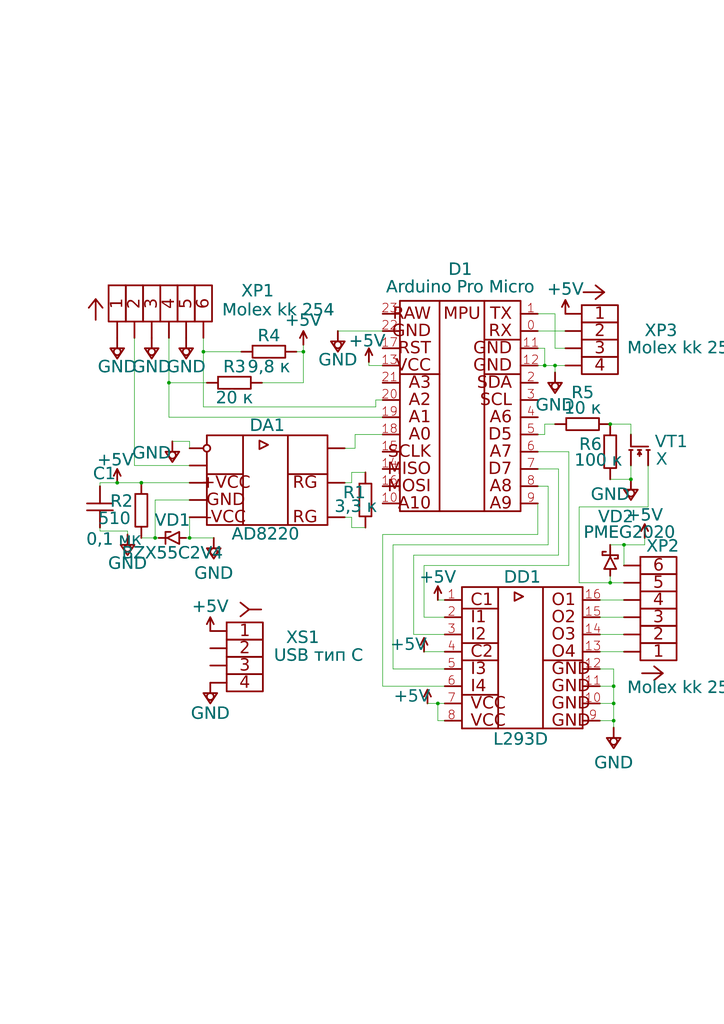
<source format=kicad_sch>
(kicad_sch (version 20250114) (generator "eeschema") (generator_version "9.0")
  (paper "A4" portrait)
  (title_block (title "Схема электрическая принципиальная") (company "МГТУ им. Н.Э. Баумана кафедра БМТ2") (comment 1 "БИГЕ.943365.001 БТС") (comment 2 "Горбунов А.О."))
  (lib_symbols
    (symbol "gostAmplifiers:AD8220" (pin_numbers (hide yes)) (pin_names (offset 0.5))
      (property "Reference" "DA" (at 22 6.5 0))
      (symbol "AD8220_0_1"
        (polyline (pts (xy 4 0) (xy 0 0)) (stroke (width 0.5)))
        (polyline (pts (xy 5 1) (xy 5 3.75)) (stroke (width 0.5)))
        (circle (center 5 0) (radius 1) (stroke (width 0.5)))
        (polyline (pts (xy 5 -1.25) (xy 5 -22.25)) (stroke (width 0.5)))
      )
      (symbol "AD8220_1_1"
        (polyline (pts (xy 0 -20) (xy 5 -20)) (stroke (width 0.5)))
        (polyline (pts (xy 5 3.75) (xy 40 3.75)) (stroke (width 0.5)))
        (polyline (pts (xy 5 -5) (xy 0 -5)) (stroke (width 0.5)))
        (polyline (pts (xy 5 -7.5) (xy 15.5 -7.5)) (stroke (width 0.5)))
        (polyline (pts (xy 5 -10) (xy 0 -10)) (stroke (width 0.5)))
        (polyline (pts (xy 5 -15) (xy 0 -15)) (stroke (width 0.5)))
        (polyline (pts (xy 5 -22.25) (xy 40 -22.25)) (stroke (width 0.5)))
        (polyline (pts (xy 15.5 3.75) (xy 15.5 -22.25)) (stroke (width 0.5)))
        (polyline (pts (xy 20.25 2.25) (xy 20.25 -0.25) (xy 22.75 1) (xy 20.25 2.25)) (stroke (width 0.5)))
        (polyline (pts (xy 28.5 3.75) (xy 28.5 -22.25)) (stroke (width 0.5)))
        (polyline (pts (xy 39.75 -17.25) (xy 39.75 -17.25)) (stroke (width 0.5)))
        (polyline (pts (xy 40 3.75) (xy 40 -22.25)) (stroke (width 0.5)))
        (polyline (pts (xy 40 0) (xy 45 0)) (stroke (width 0.5)))
        (polyline (pts (xy 40 -7.5) (xy 28.5 -7.5)) (stroke (width 0.5)))
        (polyline (pts (xy 40 -10) (xy 45 -10)) (stroke (width 0.5)))
        (polyline (pts (xy 40 -20) (xy 45 -20)) (stroke (width 0.5)))
        (text "+VCC" (at 10.5 -10 0) (effects (font (size 3.5 3.5))))
        (text "GND" (at 10.5 -15 0) (effects (font (size 3.5 3.5))))
        (text "-VCC" (at 10.5 -20 0) (effects (font (size 3.5 3.5))))
        (text "RG" (at 33.5 -10 0) (effects (font (size 3.5 3.5))))
        (text "RG" (at 33.5 -20 0) (effects (font (size 3.5 3.5))))
        (pin input line (at 0 0 0) (length 4) (name "") (number "1"))
        (pin input line (at 0 -5 0) (length 4) (name "") (number "2"))
        (pin power_in line (at 0 -10 0) (length 4) (name "") (number "3"))
        (pin power_in line (at 0 -15 0) (length 4) (name "") (number "4"))
        (pin power_in line (at 0 -20 0) (length 4) (name "") (number "5"))
        (pin output line (at 45 0 180) (length 4) (name "") (number "8"))
        (pin passive line (at 45 -10 180) (length 4) (name "") (number "7"))
        (pin passive line (at 45 -20 180) (length 4) (name "") (number "6"))
      )
    )
    (symbol "gostArduino:proMicro" (pin_names (offset 0.5))
      (property "Reference" "D" (at 22 6.5 0))
      (property "Value" "Arduino Pro Micro" (at 22 -60.5 0))
      (symbol "proMicro_0_1"
        (polyline (pts (xy 0 -25) (xy 5 -25)) (stroke (width 0.5)))
        (polyline (pts (xy 0 -30) (xy 5 -30)) (stroke (width 0.5)))
        (polyline (pts (xy 0 -35) (xy 5 -35)) (stroke (width 0.5)))
        (polyline (pts (xy 0 -45) (xy 5 -45)) (stroke (width 0.5)))
        (polyline (pts (xy 0 -50) (xy 5 -50)) (stroke (width 0.5)))
        (polyline (pts (xy 0 -55) (xy 5 -55)) (stroke (width 0.5)))
        (polyline (pts (xy 5 3.75) (xy 5 -57.25)) (stroke (width 0.5)))
        (polyline (pts (xy 5 0) (xy 0 0)) (stroke (width 0.5)))
        (polyline (pts (xy 5 -7.5) (xy 15.5 -7.5)) (stroke (width 0.5)))
        (polyline (pts (xy 5 -17.5) (xy 15.5 -17.5)) (stroke (width 0.5)))
      )
      (symbol "proMicro_1_1"
        (polyline (pts (xy 0 -20) (xy 5 -20)) (stroke (width 0.5)))
        (polyline (pts (xy 0 -40) (xy 5 -40)) (stroke (width 0.5)))
        (polyline (pts (xy 5 3.75) (xy 40 3.75)) (stroke (width 0.5)))
        (polyline (pts (xy 5 -5) (xy 0 -5)) (stroke (width 0.5)))
        (polyline (pts (xy 5 -10) (xy 0 -10)) (stroke (width 0.5)))
        (polyline (pts (xy 5 -15) (xy 0 -15)) (stroke (width 0.5)))
        (polyline (pts (xy 5 -57.25) (xy 40 -57.25)) (stroke (width 0.5)))
        (polyline (pts (xy 15.5 3.75) (xy 15.5 -57.25)) (stroke (width 0.5)))
        (polyline (pts (xy 28.5 3.75) (xy 28.5 -57.25)) (stroke (width 0.5)))
        (polyline (pts (xy 39.75 -17.25) (xy 39.75 -17.25)) (stroke (width 0.5)))
        (polyline (pts (xy 40 3.75) (xy 40 -57.25)) (stroke (width 0.5)))
        (polyline (pts (xy 40 0) (xy 45 0)) (stroke (width 0.5)))
        (polyline (pts (xy 40 -5) (xy 45 -5)) (stroke (width 0.5)))
        (polyline (pts (xy 40 -10) (xy 45 -10)) (stroke (width 0.5)))
        (polyline (pts (xy 40 -15) (xy 45 -15)) (stroke (width 0.5)))
        (polyline (pts (xy 40 -17.5) (xy 28.5 -17.5)) (stroke (width 0.5)))
        (polyline (pts (xy 40 -20) (xy 45 -20)) (stroke (width 0.5)))
        (polyline (pts (xy 40 -25) (xy 45 -25)) (stroke (width 0.5)))
        (polyline (pts (xy 40 -30) (xy 45 -30)) (stroke (width 0.5)))
        (polyline (pts (xy 40 -35) (xy 45 -35)) (stroke (width 0.5)))
        (polyline (pts (xy 40 -40) (xy 45 -40)) (stroke (width 0.5)))
        (polyline (pts (xy 40 -45) (xy 45 -45)) (stroke (width 0.5)))
        (polyline (pts (xy 40 -50) (xy 45 -50)) (stroke (width 0.5)))
        (polyline (pts (xy 40 -55) (xy 45 -55)) (stroke (width 0.5)))
        (text "TX" (at 7.5 0 0) (effects (font (size 3.5 3.5)) (justify left)))
        (text "RX" (at 7.5 -5 0) (effects (font (size 3.5 3.5)) (justify left)))
        (text "GND" (at 7.5 -10 0) (effects (font (size 3.5 3.5)) (justify left)))
        (text "GND" (at 7.5 -15 0) (effects (font (size 3.5 3.5)) (justify left)))
        (text "SDA" (at 7.5 -20 0) (effects (font (size 3.5 3.5)) (justify left)))
        (text "SCL" (at 7.5 -25 0) (effects (font (size 3.5 3.5)) (justify left)))
        (text "A6" (at 7.5 -30 0) (effects (font (size 3.5 3.5)) (justify left)))
        (text "D5" (at 7.5 -35 0) (effects (font (size 3.5 3.5)) (justify left)))
        (text "A7" (at 7.5 -40 0) (effects (font (size 3.5 3.5)) (justify left)))
        (text "D7" (at 7.5 -45 0) (effects (font (size 3.5 3.5)) (justify left)))
        (text "A8" (at 7.5 -50 0) (effects (font (size 3.5 3.5)) (justify left)))
        (text "A9" (at 7.5 -55 0) (effects (font (size 3.5 3.5)) (justify left)))
        (text "MPU" (at 22 0 0) (effects (font (size 3.5 3.5))))
        (text "RAW" (at 31 0 0) (effects (font (size 3.5 3.5)) (justify left)))
        (text "GND" (at 31 -5 0) (effects (font (size 3.5 3.5)) (justify left)))
        (text "RST" (at 31 -10 0) (effects (font (size 3.5 3.5)) (justify left)))
        (text "VCC" (at 31 -15 0) (effects (font (size 3.5 3.5)) (justify left)))
        (text "A3" (at 31 -20 0) (effects (font (size 3.5 3.5)) (justify left)))
        (text "A2" (at 31 -25 0) (effects (font (size 3.5 3.5)) (justify left)))
        (text "A1" (at 31 -30 0) (effects (font (size 3.5 3.5)) (justify left)))
        (text "A0" (at 31 -35 0) (effects (font (size 3.5 3.5)) (justify left)))
        (text "SCLK\n" (at 31 -40 0) (effects (font (size 3.5 3.5)) (justify left)))
        (text "MISO\n" (at 31 -45 0) (effects (font (size 3.5 3.5)) (justify left)))
        (text "MOSI" (at 31 -50 0) (effects (font (size 3.5 3.5)) (justify left)))
        (text "A10\n" (at 31 -55 0) (effects (font (size 3.5 3.5)) (justify left)))
        (pin bidirectional line (at 0 0 0) (length 4) (name "") (number "1"))
        (pin bidirectional line (at 0 -5 0) (length 4) (name "") (number "0"))
        (pin power_in line (at 0 -10 0) (length 4) (name "") (number "11"))
        (pin power_in line (at 0 -15 0) (length 4) (name "") (number "12"))
        (pin bidirectional line (at 0 -20 0) (length 4) (name "") (number "2"))
        (pin bidirectional line (at 0 -25 0) (length 4) (name "") (number "3"))
        (pin bidirectional line (at 0 -30 0) (length 4) (name "") (number "4"))
        (pin bidirectional line (at 0 -35 0) (length 4) (name "") (number "5"))
        (pin bidirectional line (at 0 -40 0) (length 4) (name "") (number "6"))
        (pin bidirectional line (at 0 -45 0) (length 4) (name "") (number "7"))
        (pin bidirectional line (at 0 -50 0) (length 4) (name "") (number "8"))
        (pin bidirectional line (at 0 -55 0) (length 4) (name "") (number "9"))
        (pin power_in line (at 45 0 180) (length 4) (name "") (number "23"))
        (pin power_in line (at 45 -5 180) (length 4) (name "") (number "22"))
        (pin power_in line (at 45 -10 180) (length 4) (name "") (number "17"))
        (pin power_in line (at 45 -15 180) (length 4) (name "") (number "13"))
        (pin bidirectional line (at 45 -20 180) (length 4) (name "") (number "21"))
        (pin bidirectional line (at 45 -25 180) (length 4) (name "") (number "20"))
        (pin bidirectional line (at 45 -30 180) (length 4) (name "") (number "19"))
        (pin bidirectional line (at 45 -35 180) (length 4) (name "") (number "18"))
        (pin bidirectional line (at 45 -40 180) (length 4) (name "") (number "15"))
        (pin bidirectional line (at 45 -45 180) (length 4) (name "") (number "14"))
        (pin bidirectional line (at 45 -50 180) (length 4) (name "") (number "16"))
        (pin bidirectional line (at 45 -55 180) (length 4) (name "") (number "10"))
      )
    )
    (symbol "gostConnectorsAndHeaders:4pin_female_header" (pin_numbers (hide yes))
      (property "Reference" "XS" (at 10 -21 0))
      (symbol "4pin_female_header_1_1"
        (polyline (pts (xy 0 0) (xy 4.75 0)) (stroke (width 0.5)))
        (polyline (pts (xy 0 -5) (xy 4.75 -5)) (stroke (width 0.5)))
        (polyline (pts (xy 0 -10) (xy 4.75 -10)) (stroke (width 0.5)))
        (polyline (pts (xy 0 -15) (xy 4.75 -15)) (stroke (width 0.5)))
        (rectangle (start 4.75 2.5) (end 15.25 -2.5) (stroke (width 0.5)))
        (rectangle (start 4.75 -2.5) (end 15.25 -7.5) (stroke (width 0.5)))
        (rectangle (start 4.75 -7.5) (end 15.25 -12.5) (stroke (width 0.5)))
        (rectangle (start 4.75 -12.5) (end 15.25 -17.5) (stroke (width 0.5)))
        (polyline (pts (xy 11.25 6.25) (xy 8.75 8.25)) (stroke (width 0.5)))
        (polyline (pts (xy 11.25 6.25) (xy 8.75 4.25)) (stroke (width 0.5)))
        (polyline (pts (xy 14.75 6.25) (xy 11.25 6.25)) (stroke (width 0.5)))
        (text "1" (at 10 0 0) (effects (font (size 3.5 3.5))))
        (text "2" (at 10 -5 0) (effects (font (size 3.5 3.5))))
        (text "3" (at 10 -10 0) (effects (font (size 3.5 3.5))))
        (text "4" (at 10 -15 0) (effects (font (size 3.5 3.5))))
        (pin passive line (at 0 0 0) (length 4.5) (name "") (number "1"))
        (pin passive line (at 0 -5 0) (length 4.5) (name "") (number "2"))
        (pin passive line (at 0 -10 0) (length 4.5) (name "") (number "3"))
        (pin passive line (at 0 -15 0) (length 4.5) (name "") (number "4"))
      )
    )
    (symbol "gostConnectorsAndHeaders:4pin_male_header" (pin_numbers (hide yes)) (pin_names (offset 0.5))
      (property "Reference" "XP" (at 10 -20.5 0))
      (symbol "4pin_male_header_1_1"
        (polyline (pts (xy 0 0) (xy 4.75 0)) (stroke (width 0.5)))
        (polyline (pts (xy 0 -5) (xy 4.75 -5)) (stroke (width 0.5)))
        (polyline (pts (xy 0 -10) (xy 4.75 -10)) (stroke (width 0.5)))
        (polyline (pts (xy 0 -15) (xy 4.75 -15)) (stroke (width 0.5)))
        (rectangle (start 4.75 2.5) (end 15.25 -2.5) (stroke (width 0.5)))
        (rectangle (start 4.75 -2.5) (end 15.25 -7.5) (stroke (width 0.5)))
        (rectangle (start 4.75 -7.5) (end 15.25 -12.5) (stroke (width 0.5)))
        (rectangle (start 4.75 -12.5) (end 15.25 -17.5) (stroke (width 0.5)))
        (polyline (pts (xy 11.25 6.25) (xy 5.25 6.25)) (stroke (width 0.5)))
        (polyline (pts (xy 11.25 6.25) (xy 8.75 8.25)) (stroke (width 0.5)))
        (polyline (pts (xy 11.25 6.25) (xy 8.75 4.25)) (stroke (width 0.5)))
        (text "1" (at 10 0 0) (effects (font (size 3.5 3.5))))
        (text "2" (at 10 -5 0) (effects (font (size 3.5 3.5))))
        (text "3" (at 10 -10 0) (effects (font (size 3.5 3.5))))
        (text "4" (at 10 -15 0) (effects (font (size 3.5 3.5))))
        (pin passive line (at 0 0 0) (length 4.5) (name "") (number "1"))
        (pin passive line (at 0 -5 0) (length 4.5) (name "") (number "2"))
        (pin passive line (at 0 -10 0) (length 4.5) (name "") (number "3"))
        (pin passive line (at 0 -15 0) (length 4.5) (name "") (number "4"))
      )
    )
    (symbol "gostConnectorsAndHeaders:6pin_male_header" (pin_numbers (hide yes)) (pin_names (offset 0.5))
      (property "Reference" "XP" (at 10 -30.5 0))
      (symbol "6pin_male_header_1_1"
        (polyline (pts (xy 0 0) (xy 4.75 0)) (stroke (width 0.5)))
        (polyline (pts (xy 0 -5) (xy 4.75 -5)) (stroke (width 0.5)))
        (polyline (pts (xy 0 -10) (xy 4.75 -10)) (stroke (width 0.5)))
        (polyline (pts (xy 0 -15) (xy 4.75 -15)) (stroke (width 0.5)))
        (polyline (pts (xy 0 -20) (xy 4.75 -20)) (stroke (width 0.5)))
        (polyline (pts (xy 0 -25) (xy 4.75 -25)) (stroke (width 0.5)))
        (rectangle (start 4.75 2.5) (end 15.25 -2.5) (stroke (width 0.5)))
        (rectangle (start 4.75 -2.5) (end 15.25 -7.5) (stroke (width 0.5)))
        (rectangle (start 4.75 -7.5) (end 15.25 -12.5) (stroke (width 0.5)))
        (rectangle (start 4.75 -12.5) (end 15.25 -17.5) (stroke (width 0.5)))
        (rectangle (start 4.75 -17.5) (end 15.25 -22.5) (stroke (width 0.5)))
        (rectangle (start 4.75 -22.5) (end 15.25 -27.5) (stroke (width 0.5)))
        (polyline (pts (xy 11.25 6.25) (xy 5.25 6.25)) (stroke (width 0.5)))
        (polyline (pts (xy 11.25 6.25) (xy 8.75 8.25)) (stroke (width 0.5)))
        (polyline (pts (xy 11.25 6.25) (xy 8.75 4.25)) (stroke (width 0.5)))
        (text "1" (at 10 0 0) (effects (font (size 3.5 3.5))))
        (text "2" (at 10 -5 0) (effects (font (size 3.5 3.5))))
        (text "3" (at 10 -10 0) (effects (font (size 3.5 3.5))))
        (text "4" (at 10 -15 0) (effects (font (size 3.5 3.5))))
        (text "5" (at 10 -20 0) (effects (font (size 3.5 3.5))))
        (text "6" (at 10 -25 0) (effects (font (size 3.5 3.5))))
        (pin passive line (at 0 0 0) (length 4.5) (name "") (number "1"))
        (pin passive line (at 0 -5 0) (length 4.5) (name "") (number "2"))
        (pin passive line (at 0 -10 0) (length 4.5) (name "") (number "3"))
        (pin passive line (at 0 -15 0) (length 4.5) (name "") (number "4"))
        (pin passive line (at 0 -20 0) (length 4.5) (name "") (number "5"))
        (pin passive line (at 0 -25 0) (length 4.5) (name "") (number "6"))
      )
    )
    (symbol "gostDrivers:L293D" (pin_names (offset 0.5))
      (property "Reference" "DD" (at 22 7.5 0))
      (property "Value" "L293D" (at 22 -40.5 0))
      (symbol "L293D_0_1"
        (polyline (pts (xy 0 -25) (xy 5 -25)) (stroke (width 0.5)))
        (polyline (pts (xy 0 -30) (xy 5 -30)) (stroke (width 0.5)))
        (polyline (pts (xy 0 -35) (xy 5 -35)) (stroke (width 0.5)))
        (polyline (pts (xy 5 3.75) (xy 5 -37.25)) (stroke (width 0.5)))
        (polyline (pts (xy 5 0) (xy 0 0)) (stroke (width 0.5)))
        (polyline (pts (xy 5 -12.5) (xy 15.5 -12.5)) (stroke (width 0.5)))
        (polyline (pts (xy 5 -17.5) (xy 15.5 -17.5)) (stroke (width 0.5)))
        (polyline (pts (xy 5 -27.5) (xy 15.5 -27.5)) (stroke (width 0.5)))
      )
      (symbol "L293D_1_1"
        (polyline (pts (xy 0 -20) (xy 5 -20)) (stroke (width 0.5)))
        (polyline (pts (xy 5 3.75) (xy 40 3.75)) (stroke (width 0.5)))
        (polyline (pts (xy 5 -2.5) (xy 15.5 -2.5)) (stroke (width 0.5)))
        (polyline (pts (xy 5 -5) (xy 0 -5)) (stroke (width 0.5)))
        (polyline (pts (xy 5 -10) (xy 0 -10)) (stroke (width 0.5)))
        (polyline (pts (xy 5 -15) (xy 0 -15)) (stroke (width 0.5)))
        (polyline (pts (xy 5 -37.25) (xy 40 -37.25)) (stroke (width 0.5)))
        (polyline (pts (xy 15.5 3.75) (xy 15.5 -37.25)) (stroke (width 0.5)))
        (polyline (pts (xy 20.25 2.25) (xy 20.25 -0.25) (xy 22.75 1) (xy 20.25 2.25)) (stroke (width 0.5)))
        (polyline (pts (xy 28.5 3.75) (xy 28.5 -37.25)) (stroke (width 0.5)))
        (polyline (pts (xy 39.75 -17.25) (xy 39.75 -17.25)) (stroke (width 0.5)))
        (polyline (pts (xy 40 3.75) (xy 40 -37.25)) (stroke (width 0.5)))
        (polyline (pts (xy 40 0) (xy 45 0)) (stroke (width 0.5)))
        (polyline (pts (xy 40 -5) (xy 45 -5)) (stroke (width 0.5)))
        (polyline (pts (xy 40 -10) (xy 45 -10)) (stroke (width 0.5)))
        (polyline (pts (xy 40 -15) (xy 45 -15)) (stroke (width 0.5)))
        (polyline (pts (xy 40 -17.5) (xy 28.5 -17.5)) (stroke (width 0.5)))
        (polyline (pts (xy 40 -20) (xy 45 -20)) (stroke (width 0.5)))
        (polyline (pts (xy 40 -25) (xy 45 -25)) (stroke (width 0.5)))
        (polyline (pts (xy 40 -30) (xy 45 -30)) (stroke (width 0.5)))
        (polyline (pts (xy 40 -35) (xy 45 -35)) (stroke (width 0.5)))
        (text "C1" (at 7.5 0 0) (effects (font (size 3.5 3.5)) (justify left)))
        (text "I1" (at 7.5 -5 0) (effects (font (size 3.5 3.5)) (justify left)))
        (text "I2" (at 7.5 -10 0) (effects (font (size 3.5 3.5)) (justify left)))
        (text "C2" (at 7.5 -15 0) (effects (font (size 3.5 3.5)) (justify left)))
        (text "I3" (at 7.5 -20 0) (effects (font (size 3.5 3.5)) (justify left)))
        (text "I4" (at 7.5 -25 0) (effects (font (size 3.5 3.5)) (justify left)))
        (text "VCC" (at 7.5 -30 0) (effects (font (size 3.5 3.5)) (justify left)))
        (text "VCC" (at 7.5 -35 0) (effects (font (size 3.5 3.5)) (justify left)))
        (text "O1" (at 31 0 0) (effects (font (size 3.5 3.5)) (justify left)))
        (text "O2" (at 31 -5 0) (effects (font (size 3.5 3.5)) (justify left)))
        (text "O3" (at 31 -10 0) (effects (font (size 3.5 3.5)) (justify left)))
        (text "O4" (at 31 -15 0) (effects (font (size 3.5 3.5)) (justify left)))
        (text "GND" (at 31 -20 0) (effects (font (size 3.5 3.5)) (justify left)))
        (text "GND" (at 31 -25 0) (effects (font (size 3.5 3.5)) (justify left)))
        (text "GND" (at 31 -30 0) (effects (font (size 3.5 3.5)) (justify left)))
        (text "GND" (at 31 -35 0) (effects (font (size 3.5 3.5)) (justify left)))
        (pin input line (at 0 0 0) (length 4) (name "") (number "1"))
        (pin input line (at 0 -5 0) (length 4) (name "") (number "2"))
        (pin input line (at 0 -10 0) (length 4) (name "") (number "3"))
        (pin input line (at 0 -15 0) (length 4) (name "") (number "4"))
        (pin input line (at 0 -20 0) (length 4) (name "") (number "5"))
        (pin input line (at 0 -25 0) (length 4) (name "") (number "6"))
        (pin power_in line (at 0 -30 0) (length 4) (name "") (number "7"))
        (pin power_in line (at 0 -35 0) (length 4) (name "") (number "8"))
        (pin output line (at 45 0 180) (length 4) (name "") (number "16"))
        (pin output line (at 45 -5 180) (length 4) (name "") (number "15"))
        (pin output line (at 45 -10 180) (length 4) (name "") (number "14"))
        (pin output line (at 45 -15 180) (length 4) (name "") (number "13"))
        (pin power_in line (at 45 -20 180) (length 4) (name "") (number "12"))
        (pin power_in line (at 45 -25 180) (length 4) (name "") (number "11"))
        (pin power_in line (at 45 -30 180) (length 4) (name "") (number "10"))
        (pin power_in line (at 45 -35 180) (length 4) (name "") (number "9"))
      )
    )
    (symbol "gostPassiveComponents:capacitor" (pin_numbers (hide yes)) (pin_names (offset 0.5))
      (property "Reference" "C" (at 6 6.5 0))
      (property "Value" "X uF" (at 6 -7 0))
      (symbol "capacitor_1_1"
        (polyline (pts (xy 0 0) (xy 4.75 0)) (stroke (width 0.5)))
        (polyline (pts (xy 5 3.75) (xy 5 -3.75)) (stroke (width 0.5)))
        (polyline (pts (xy 7 3.75) (xy 7 -3.75)) (stroke (width 0.5)))
        (polyline (pts (xy 7 0) (xy 12 0)) (stroke (width 0.5)))
        (pin passive line (at 0 0 0) (length 5) (name "") (number "1"))
        (pin passive line (at 12 0 180) (length 5) (name "") (number "2"))
      )
    )
    (symbol "gostPassiveComponents:resistor" (pin_numbers (hide yes))
      (property "Reference" "R" (at 8 4 0))
      (property "Value" "X Om" (at 8 -5 0))
      (symbol "resistor_0_1"
        (rectangle (start 3.25 1.75) (end 12.75 -1.75) (stroke (width 0.5)))
      )
      (symbol "resistor_1_1"
        (polyline (pts (xy 0 0) (xy 3 0)) (stroke (width 0.5)))
        (polyline (pts (xy 13 0) (xy 16 0)) (stroke (width 0.5)))
        (pin passive line (at 0 0 0) (length 3) (name "") (number "1"))
        (pin passive line (at 16 0 180) (length 3) (name "") (number "2"))
      )
    )
    (symbol "gostPower:+5V" (power) (pin_numbers (hide yes)) (pin_names (offset 0) (hide yes)) (in_bom no) (on_board no)
      (property "Value" "+5V" (at 0 6.5 0))
      (symbol "+5V_1_1"
        (polyline (pts (xy -1 2) (xy 0 4) (xy 1 2)) (stroke (width 0.5)))
        (polyline (pts (xy 0 0) (xy 0 4)) (stroke (width 0.5)))
        (pin power_in line (at 0 0 90) (length 2) (name "") (number ""))
      )
    )
    (symbol "gostPower:GND" (power) (pin_numbers (hide yes)) (pin_names (offset 0) (hide yes)) (in_bom no) (on_board no)
      (property "Value" "GND" (at 0 -9 0))
      (symbol "GND_1_1"
        (polyline (pts (xy -2 -3) (xy 2 -3) (xy 0 -6) (xy -2 -3)) (stroke (width 0.5)))
        (polyline (pts (xy 0 0) (xy 0 -3)) (stroke (width 0.5)))
        (circle (center 0 -4) (radius 1) (stroke (width 0.5)))
        (pin power_in line (at 0 0 270) (length 3) (name "") (number ""))
      )
    )
    (symbol "gostSimpleActiveComponents:Zener_diode" (pin_names (offset 0.5))
      (property "Reference" "VD" (at 4 4.5 0))
      (symbol "Zener_diode_0_1"
        (polyline (pts (xy 2 0) (xy 0 0)) (stroke (width 0.5)))
        (polyline (pts (xy 5.5 0) (xy 2 1.75) (xy 2 -1.75) (xy 5.5 0)) (stroke (width 0.5)))
        (polyline (pts (xy 8 0) (xy 5.5 0)) (stroke (width 0.5)))
      )
      (symbol "Zener_diode_1_1"
        (polyline (pts (xy 6 1.75) (xy 6 -1.75)) (stroke (width 0.5)))
        (polyline (pts (xy 6 -1.75) (xy 4.5 -1.75)) (stroke (width 0.5)))
        (pin passive line (at 0 0 0) (length 2) (name "") (number ""))
        (pin passive line (at 8 0 180) (length 2) (name "") (number ""))
      )
    )
    (symbol "gostSimpleActiveComponents:diode_Schottky" (pin_names (offset 0.5))
      (property "Reference" "VD" (at 4 4.5 0))
      (symbol "diode_Schottky_0_1"
        (polyline (pts (xy 2 0) (xy 0 0)) (stroke (width 0.5)))
        (polyline (pts (xy 5.5 0) (xy 2 1.75) (xy 2 -1.75) (xy 5.5 0)) (stroke (width 0.5)))
        (polyline (pts (xy 6 2.25) (xy 6 -2.25)) (stroke (width 0.5)))
        (polyline (pts (xy 6 2.25) (xy 7 2.25) (xy 7 1.25)) (stroke (width 0.5)))
        (polyline (pts (xy 6 -2.25) (xy 5 -2.25) (xy 5 -1.25)) (stroke (width 0.5)))
        (polyline (pts (xy 9 0) (xy 5.5 0)) (stroke (width 0.5)))
      )
      (symbol "diode_Schottky_1_1"
        (pin passive line (at 0 0 0) (length 2) (name "") (number ""))
        (pin passive line (at 9 0 180) (length 2) (name "") (number ""))
      )
    )
    (symbol "gostSimpleActiveComponents:n-ch-enhancement-mosfet" (pin_numbers (hide yes)) (pin_names (offset 0.5))
      (property "Reference" "VT" (at 8 -3 0))
      (property "Value" "X" (at 8 -7 0))
      (symbol "n-ch-enhancement-mosfet_0_1"
        (polyline (pts (xy -0.5 -4.5) (xy 0.5 -4.5)) (stroke (width 0.5)))
        (polyline (pts (xy 0 0) (xy 0 -3.5) (xy 5 -3.5)) (stroke (width 0.5)))
        (polyline (pts (xy 0 -4.5) (xy 0 -9)) (stroke (width 0.5)))
        (polyline (pts (xy 2.5 -4.5) (xy 2.5 -6.25)) (stroke (width 0.5)))
        (polyline (pts (xy 2.5 -5) (xy 2 -5.75)) (stroke (width 0.5)))
        (polyline (pts (xy 2.5 -5) (xy 3 -5.75)) (stroke (width 0.5)))
        (polyline (pts (xy 3 -4.5) (xy 2 -4.5)) (stroke (width 0.5)))
        (polyline (pts (xy 4.5 -4.5) (xy 5.5 -4.5)) (stroke (width 0.5)))
        (polyline (pts (xy 5 -4.5) (xy 5 -9)) (stroke (width 0.5)))
      )
      (symbol "n-ch-enhancement-mosfet_1_1"
        (pin input line (at 0 0 270) (length 3.5) (name "") (number "1"))
        (pin passive line (at 0 -9 90) (length 2.75) (name "") (number "3"))
        (pin passive line (at 5 -9 90) (length 2.75) (name "") (number "2"))
      )
    )
  )
  (junction (at 183 139))
  (junction (at 177 169))
  (junction (at 49 111))
  (junction (at 158 106))
  (junction (at 178 199))
  (junction (at 178 204))
  (junction (at 59 102))
  (junction (at 45 156))
  (junction (at 127 204))
  (junction (at 88 102))
  (junction (at 161 106))
  (junction (at 55 156))
  (junction (at 181 158))
  (junction (at 177 123))
  (junction (at 178 209))
  (junction (at 34 140))
  (junction (at 41 140))
  (wire (pts (xy 174 174) (xy 181 174)))
  (wire (pts (xy 177 167) (xy 177 169)))
  (wire (pts (xy 60 111) (xy 49 111)))
  (wire (pts (xy 109 118) (xy 59 118)))
  (wire (pts (xy 174 204) (xy 178 204)))
  (wire (pts (xy 177 158) (xy 181 158)))
  (wire (pts (xy 86 102) (xy 88 102)))
  (wire (pts (xy 50 128) (xy 55 128)))
  (wire (pts (xy 178 209) (xy 174 209)))
  (wire (pts (xy 49 98) (xy 49 111)))
  (wire (pts (xy 127 174) (xy 129 174)))
  (wire (pts (xy 102 150) (xy 102 153)))
  (wire (pts (xy 55 150) (xy 55 156)))
  (wire (pts (xy 181 158) (xy 181 164)))
  (wire (pts (xy 156 141) (xy 159 141)))
  (wire (pts (xy 98 96) (xy 111 96)))
  (wire (pts (xy 102 153) (xy 106 153)))
  (wire (pts (xy 161 108) (xy 161 106)))
  (wire (pts (xy 168 147) (xy 188 147)))
  (wire (pts (xy 161 123) (xy 158 123)))
  (wire (pts (xy 114 194) (xy 129 194)))
  (wire (pts (xy 177 169) (xy 168 169)))
  (wire (pts (xy 123 189) (xy 129 189)))
  (wire (pts (xy 29 154) (xy 37 154)))
  (wire (pts (xy 174 184) (xy 181 184)))
  (wire (pts (xy 111 116) (xy 109 116)))
  (wire (pts (xy 177 139) (xy 183 139)))
  (wire (pts (xy 102 140) (xy 102 137)))
  (wire (pts (xy 100 150) (xy 102 150)))
  (wire (pts (xy 88 100) (xy 88 102)))
  (wire (pts (xy 70 102) (xy 59 102)))
  (wire (pts (xy 120 184) (xy 129 184)))
  (wire (pts (xy 103 126) (xy 103 130)))
  (wire (pts (xy 39 98) (xy 39 135)))
  (wire (pts (xy 55 128) (xy 55 130)))
  (wire (pts (xy 37 154) (xy 37 155)))
  (wire (pts (xy 100 140) (xy 102 140)))
  (wire (pts (xy 109 116) (xy 109 118)))
  (wire (pts (xy 127 204) (xy 129 204)))
  (wire (pts (xy 178 204) (xy 178 209)))
  (wire (pts (xy 55 135) (xy 39 135)))
  (wire (pts (xy 178 199) (xy 174 199)))
  (wire (pts (xy 162 161) (xy 120 161)))
  (wire (pts (xy 183 123) (xy 177 123)))
  (wire (pts (xy 123 179) (xy 129 179)))
  (wire (pts (xy 34 140) (xy 29 140)))
  (wire (pts (xy 127 204) (xy 127 209)))
  (wire (pts (xy 174 189) (xy 181 189)))
  (wire (pts (xy 111 155) (xy 111 199)))
  (wire (pts (xy 183 139) (xy 183 135)))
  (wire (pts (xy 111 126) (xy 103 126)))
  (wire (pts (xy 107 106) (xy 111 106)))
  (wire (pts (xy 76 111) (xy 88 111)))
  (wire (pts (xy 45 156) (xy 46 156)))
  (wire (pts (xy 178 194) (xy 178 199)))
  (wire (pts (xy 45 145) (xy 55 145)))
  (wire (pts (xy 177 169) (xy 181 169)))
  (wire (pts (xy 88 111) (xy 88 102)))
  (wire (pts (xy 165 164) (xy 123 164)))
  (wire (pts (xy 111 199) (xy 129 199)))
  (wire (pts (xy 162 136) (xy 162 161)))
  (wire (pts (xy 111 121) (xy 49 121)))
  (wire (pts (xy 161 101) (xy 161 91)))
  (wire (pts (xy 45 145) (xy 45 156)))
  (wire (pts (xy 156 155) (xy 111 155)))
  (wire (pts (xy 127 209) (xy 129 209)))
  (wire (pts (xy 29 153) (xy 29 154)))
  (wire (pts (xy 29 140) (xy 29 141)))
  (wire (pts (xy 158 123) (xy 158 126)))
  (wire (pts (xy 187 158) (xy 181 158)))
  (wire (pts (xy 123 164) (xy 123 179)))
  (wire (pts (xy 188 147) (xy 188 135)))
  (wire (pts (xy 114 158) (xy 114 194)))
  (wire (pts (xy 103 130) (xy 100 130)))
  (wire (pts (xy 187 156) (xy 187 158)))
  (wire (pts (xy 124 204) (xy 127 204)))
  (wire (pts (xy 156 136) (xy 162 136)))
  (wire (pts (xy 120 161) (xy 120 184)))
  (wire (pts (xy 158 106) (xy 161 106)))
  (wire (pts (xy 41 156) (xy 45 156)))
  (wire (pts (xy 161 106) (xy 164 106)))
  (wire (pts (xy 34 140) (xy 41 140)))
  (wire (pts (xy 107 105) (xy 107 106)))
  (wire (pts (xy 156 96) (xy 164 96)))
  (wire (pts (xy 62 156) (xy 55 156)))
  (wire (pts (xy 168 169) (xy 168 147)))
  (wire (pts (xy 158 126) (xy 156 126)))
  (wire (pts (xy 156 131) (xy 165 131)))
  (wire (pts (xy 59 102) (xy 59 98)))
  (wire (pts (xy 54 156) (xy 55 156)))
  (wire (pts (xy 49 121) (xy 49 111)))
  (wire (pts (xy 178 209) (xy 178 211)))
  (wire (pts (xy 174 179) (xy 181 179)))
  (wire (pts (xy 158 101) (xy 158 106)))
  (wire (pts (xy 156 146) (xy 156 155)))
  (wire (pts (xy 156 101) (xy 158 101)))
  (wire (pts (xy 161 91) (xy 156 91)))
  (wire (pts (xy 41 140) (xy 55 140)))
  (wire (pts (xy 102 137) (xy 106 137)))
  (wire (pts (xy 174 194) (xy 178 194)))
  (wire (pts (xy 59 118) (xy 59 102)))
  (wire (pts (xy 178 204) (xy 178 199)))
  (wire (pts (xy 156 106) (xy 158 106)))
  (wire (pts (xy 165 131) (xy 165 164)))
  (wire (pts (xy 164 101) (xy 161 101)))
  (wire (pts (xy 159 158) (xy 114 158)))
  (wire (pts (xy 183 126) (xy 183 123)))
  (wire (pts (xy 159 141) (xy 159 158)))
  (symbol (lib_id "gostPower:GND") (at 178 211 0) (unit 1) (in_bom no) (on_board no)
    (property "Reference" "#PWR016" (effects (hide yes)))
    (property "Value" "GND" (at 178 221.34 0) (effects (font (size 3.5 3.5))))
    (property "Description" "Power symbol creates a global label with name \"GND\", ground" (effects (hide yes)))
  )
  (symbol (lib_id "gostConnectorsAndHeaders:4pin_male_header") (at 164 91 0) (unit 1)
    (property "Reference" "XP3" (at 187 96 0) (effects (font (size 3.5 3.5)) (justify left)))
    (property "Value" "Molex kk 254" (at 180 101 0) (effects (font (size 3.5 3.5)) (justify left)))
  )
  (symbol (lib_id "gostPower:GND") (at 183 139 0) (unit 1) (in_bom no) (on_board no)
    (property "Reference" "#PWR013" (effects (hide yes)))
    (property "Value" "GND" (at 177 143.5 0) (effects (font (size 3.5 3.5))))
    (property "Description" "Power symbol creates a global label with name \"GND\", ground" (effects (hide yes)))
  )
  (symbol (lib_id "gostPassiveComponents:resistor") (at 177 139 90) (unit 1)
    (property "Reference" "R6" (at 168 129 90) (effects (font (size 3.5 3.5)) (justify right)))
    (property "Value" "100 к" (at 165.5 133.58 90) (effects (font (size 3.5 3.5)) (justify right)))
    (property "Description" "non polar resistor" (effects (hide yes)))
  )
  (symbol (lib_id "gostPower:+5V") (at 34 140 0) (unit 1) (in_bom no) (on_board no)
    (property "Reference" "#PWR01" (effects (hide yes)))
    (property "Value" "+5V" (at 33.5 133.5 0) (effects (font (size 3.5 3.5))))
    (property "Description" "Power symbol creates a global label with name \"+5V\"" (effects (hide yes)))
  )
  (symbol (lib_id "gostPower:+5V") (at 123 189 0) (unit 1) (in_bom no) (on_board no)
    (property "Reference" "#PWR012" (effects (hide yes)))
    (property "Value" "+5V" (at 118.5 187 0) (effects (font (size 3.5 3.5))))
    (property "Description" "Power symbol creates a global label with name \"+5V\"" (effects (hide yes)))
  )
  (symbol (lib_id "gostPassiveComponents:resistor") (at 41 156 270) (mirror x) (unit 1)
    (property "Reference" "R2" (at 38.5 145.5 90) (effects (font (size 3.5 3.5)) (justify right)))
    (property "Value" "510" (at 38.5 150.5 90) (effects (font (size 3.5 3.5)) (justify right)))
    (property "Description" "non polar resistor" (effects (hide yes)))
  )
  (symbol (lib_id "gostConnectorsAndHeaders:6pin_male_header") (at 34 98 90) (unit 1)
    (property "Reference" "XP1" (at 70 84.5 90) (effects (font (size 3.5 3.5)) (justify right)))
    (property "Value" "Molex kk 254" (at 62.5 90 90) (effects (font (size 3.5 3.5)) (justify right)))
  )
  (symbol (lib_id "gostSimpleActiveComponents:n-ch-enhancement-mosfet") (at 183 126 0) (unit 1)
    (property "Reference" "VT1" (at 189.96 128.2099 0) (effects (font (size 3.5 3.5)) (justify left)))
    (property "Value" "X" (at 189.96 133.2899 0) (effects (font (size 3.5 3.5)) (justify left)))
  )
  (symbol (lib_id "gostSimpleActiveComponents:diode_Schottky") (at 177 167 90) (unit 1)
    (property "Reference" "VD2" (at 173.5 150 90) (effects (font (size 3.5 3.5)) (justify right)))
    (property "Value" "PMEG2020" (at 168.5 154.5 90) (effects (font (size 3.5 3.5)) (justify right)))
    (property "Description" "diode Schottky" (effects (hide yes)))
  )
  (symbol (lib_id "gostDrivers:L293D") (at 129 174 0) (unit 1)
    (property "Reference" "DD1" (at 151.5 167.5 0) (effects (font (size 3.5 3.5))))
    (property "Value" "L293D" (at 151 214.5 0) (effects (font (size 3.5 3.5))))
  )
  (symbol (lib_id "gostPassiveComponents:resistor") (at 76 111 180) (unit 1)
    (property "Reference" "R3" (at 68 106.5 0) (effects (font (size 3.5 3.5))))
    (property "Value" "20 к" (at 68 115.5 0) (effects (font (size 3.5 3.5))))
    (property "Description" "non polar resistor" (effects (hide yes)))
  )
  (symbol (lib_id "gostPower:+5V") (at 88 100 0) (unit 1) (in_bom no) (on_board no)
    (property "Reference" "#PWR07" (effects (hide yes)))
    (property "Value" "+5V" (at 88 93 0) (effects (font (size 3.5 3.5))))
    (property "Description" "Power symbol creates a global label with name \"+5V\"" (effects (hide yes)))
  )
  (symbol (lib_id "gostPower:GND") (at 161 108 0) (unit 1) (in_bom no) (on_board no)
    (property "Reference" "#PWR08" (effects (hide yes)))
    (property "Value" "GND" (at 161 117.58 0) (effects (font (size 3.5 3.5))))
    (property "Description" "Power symbol creates a global label with name \"GND\", ground" (effects (hide yes)))
  )
  (symbol (lib_id "gostPassiveComponents:capacitor") (at 29 153 90) (unit 1)
    (property "Reference" "C1" (at 27 137.5 90) (effects (font (size 3.5 3.5)) (justify right)))
    (property "Value" "0,1 мк" (at 24 156.5 90) (effects (font (size 3.5 3.5)) (justify right)))
    (property "Description" "non polar capacitor" (effects (hide yes)))
  )
  (symbol (lib_id "gostPower:GND") (at 98 96 0) (unit 1) (in_bom no) (on_board no)
    (property "Reference" "#PWR015" (effects (hide yes)))
    (property "Value" "GND" (at 98 104.5 0) (effects (font (size 3.5 3.5))))
    (property "Description" "Power symbol creates a global label with name \"GND\", ground" (effects (hide yes)))
  )
  (symbol (lib_id "gostPower:+5V") (at 107 105 0) (unit 1) (in_bom no) (on_board no)
    (property "Reference" "#PWR014" (effects (hide yes)))
    (property "Value" "+5V" (at 106.5 99 0) (effects (font (size 3.5 3.5))))
    (property "Description" "Power symbol creates a global label with name \"+5V\"" (effects (hide yes)))
  )
  (symbol (lib_id "gostSimpleActiveComponents:Zener_diode") (at 54 156 180) (unit 1)
    (property "Reference" "VD1" (at 50 151 0) (effects (font (size 3.5 3.5))))
    (property "Value" "BZX55C2V4" (at 50 160.5 0) (effects (font (size 3.5 3.5))))
  )
  (symbol (lib_id "gostPower:GND") (at 50 128 0) (unit 1) (in_bom no) (on_board no)
    (property "Reference" "#PWR06" (effects (hide yes)))
    (property "Value" "GND" (at 44 131.5 0) (effects (font (size 3.5 3.5))))
    (property "Description" "Power symbol creates a global label with name \"GND\", ground" (effects (hide yes)))
  )
  (symbol (lib_id "gostPassiveComponents:resistor") (at 161 123 0) (unit 1)
    (property "Reference" "R5" (at 169 114 0) (effects (font (size 3.5 3.5))))
    (property "Value" "10 к" (at 169 118.5 0) (effects (font (size 3.5 3.5))))
    (property "Description" "non polar resistor" (effects (hide yes)))
  )
  (symbol (lib_id "gostPassiveComponents:resistor") (at 106 153 90) (unit 1)
    (property "Reference" "R1" (at 99.5 143 90) (effects (font (size 3.5 3.5)) (justify right)))
    (property "Value" "3,3 к" (at 96 147 90) (effects (font (size 3.5 3.5)) (justify right)))
    (property "Description" "non polar resistor" (effects (hide yes)))
  )
  (symbol (lib_id "gostPassiveComponents:resistor") (at 70 102 0) (unit 1)
    (property "Reference" "R4" (at 78 97.5 0) (effects (font (size 3.5 3.5))))
    (property "Value" "9,8 к" (at 78 106.5 0) (effects (font (size 3.5 3.5))))
    (property "Description" "non polar resistor" (effects (hide yes)))
  )
  (symbol (lib_id "gostPower:GND") (at 44 98 0) (unit 1) (in_bom no) (on_board no)
    (property "Reference" "#PWR04" (effects (hide yes)))
    (property "Value" "GND" (at 44 106.5 0) (effects (font (size 3.5 3.5))))
    (property "Description" "Power symbol creates a global label with name \"GND\", ground" (effects (hide yes)))
  )
  (symbol (lib_id "gostPower:GND") (at 54 98 0) (unit 1) (in_bom no) (on_board no)
    (property "Reference" "#PWR03" (effects (hide yes)))
    (property "Value" "GND" (at 54 106.5 0) (effects (font (size 3.5 3.5))))
    (property "Description" "Power symbol creates a global label with name \"GND\", ground" (effects (hide yes)))
  )
  (symbol (lib_id "gostPower:GND") (at 34 98 0) (unit 1) (in_bom no) (on_board no)
    (property "Reference" "#PWR05" (effects (hide yes)))
    (property "Value" "GND" (at 34 106.5 0) (effects (font (size 3.5 3.5))))
    (property "Description" "Power symbol creates a global label with name \"GND\", ground" (effects (hide yes)))
  )
  (symbol (lib_id "gostPower:+5V") (at 164 91 0) (unit 1) (in_bom no) (on_board no)
    (property "Reference" "#PWR09" (effects (hide yes)))
    (property "Value" "+5V" (at 164 84 0) (effects (font (size 3.5 3.5))))
    (property "Description" "Power symbol creates a global label with name \"+5V\"" (effects (hide yes)))
  )
  (symbol (lib_id "gostPower:GND") (at 61 198 0) (unit 1) (in_bom no) (on_board no)
    (property "Reference" "#PWR019" (effects (hide yes)))
    (property "Value" "GND" (at 61 207 0) (effects (font (size 3.5 3.5))))
    (property "Description" "Power symbol creates a global label with name \"GND\", ground" (effects (hide yes)))
  )
  (symbol (lib_id "gostPower:+5V") (at 61 183 0) (unit 1) (in_bom no) (on_board no)
    (property "Reference" "#PWR018" (effects (hide yes)))
    (property "Value" "+5V" (at 61 176 0) (effects (font (size 3.5 3.5))))
    (property "Description" "Power symbol creates a global label with name \"+5V\"" (effects (hide yes)))
  )
  (symbol (lib_id "gostPower:GND") (at 62 156 0) (unit 1) (in_bom no) (on_board no)
    (property "Reference" "#PWR02" (effects (hide yes)))
    (property "Value" "GND" (at 62 166.38 0) (effects (font (size 3.5 3.5))))
    (property "Description" "Power symbol creates a global label with name \"GND\", ground" (effects (hide yes)))
  )
  (symbol (lib_id "gostPower:GND") (at 37 155 0) (unit 1) (in_bom no) (on_board no)
    (property "Reference" "#PWR020" (effects (hide yes)))
    (property "Value" "GND" (at 37 163.5 0) (effects (font (size 3.5 3.5))))
    (property "Description" "Power symbol creates a global label with name \"GND\", ground" (effects (hide yes)))
  )
  (symbol (lib_id "gostConnectorsAndHeaders:6pin_male_header") (at 181 189 0) (mirror x) (unit 1)
    (property "Reference" "XP2" (at 187.5 158.5 0) (effects (font (size 3.5 3.5)) (justify left)))
    (property "Value" "Molex kk 254" (at 180 199.5 0) (effects (font (size 3.5 3.5)) (justify left)))
  )
  (symbol (lib_id "gostArduino:proMicro") (at 156 91 0) (mirror y) (unit 1)
    (property "Reference" "D1" (at 133.5 78.25 0) (effects (font (size 3.5 3.5))))
    (property "Value" "Arduino Pro Micro" (at 133.5 83.33 0) (effects (font (size 3.5 3.5))))
  )
  (symbol (lib_id "gostPower:+5V") (at 127 174 0) (unit 1) (in_bom no) (on_board no)
    (property "Reference" "#PWR011" (effects (hide yes)))
    (property "Value" "+5V" (at 127 167.5 0) (effects (font (size 3.5 3.5))))
    (property "Description" "Power symbol creates a global label with name \"+5V\"" (effects (hide yes)))
  )
  (symbol (lib_id "gostConnectorsAndHeaders:4pin_female_header") (at 61 183 0) (unit 1)
    (property "Reference" "XS1" (at 83 185 0) (effects (font (size 3.5 3.5)) (justify left)))
    (property "Value" "USB тип C" (at 78.01 190.1649 0) (effects (font (size 3.5 3.5)) (justify left)))
  )
  (symbol (lib_id "gostPower:+5V") (at 187 156 0) (unit 1) (in_bom no) (on_board no)
    (property "Reference" "#PWR010" (effects (hide yes)))
    (property "Value" "+5V" (at 187 149.5 0) (effects (font (size 3.5 3.5))))
    (property "Description" "Power symbol creates a global label with name \"+5V\"" (effects (hide yes)))
  )
  (symbol (lib_id "gostAmplifiers:AD8220") (at 55 130 0) (unit 1)
    (property "Reference" "DA1" (at 77.5 123.5 0) (effects (font (size 3.5 3.5))))
    (property "Value" "AD8220" (at 77 155 0) (effects (font (size 3.5 3.5))))
  )
  (symbol (lib_id "gostPower:+5V") (at 124 204 0) (unit 1) (in_bom no) (on_board no)
    (property "Reference" "#PWR017" (effects (hide yes)))
    (property "Value" "+5V" (at 119.5 202 0) (effects (font (size 3.5 3.5))))
    (property "Description" "Power symbol creates a global label with name \"+5V\"" (effects (hide yes)))
  )
)
</source>
